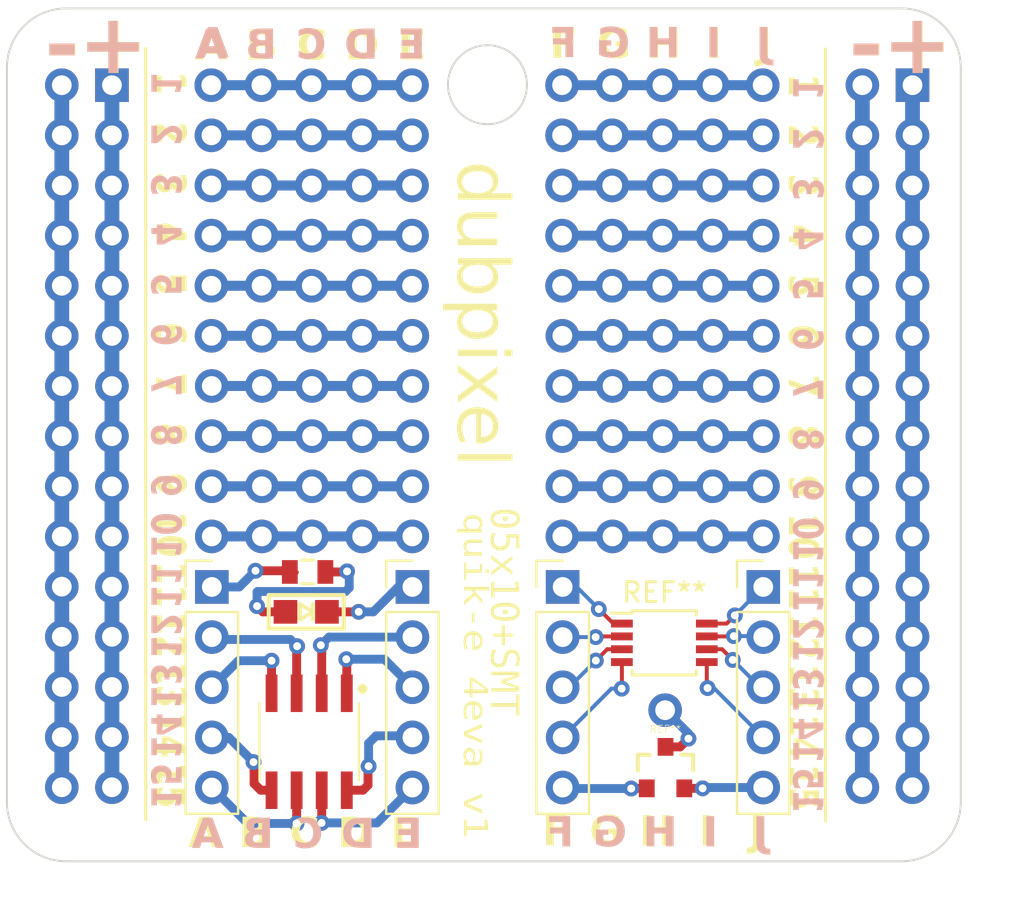
<source format=kicad_pcb>
(kicad_pcb (version 20221018) (generator pcbnew)
  (layers (0 "F.Cu" signal) (1 "In1.Cu" signal) (2 "In2.Cu" signal) (31 "B.Cu" signal) (34 "B.Paste" user) (35 "F.Paste" user) (36 "B.SilkS" user "B.Silkscreen") (37 "F.SilkS" user "F.Silkscreen") (38 "B.Mask" user) (39 "F.Mask" user) (44 "Edge.Cuts" user))
  (net 0 "")
  (net 1 "VCC")
  (net 2 "GND")
  (net 3 "unconnected-(1-1-UD+-Pad1)")
  (net 4 "unconnected-(1-2-UD--Pad2)")
  (net 5 "unconnected-(1-3-GND-Pad3)")
  (net 6 "unconnected-(1-4-RTS-Pad4)")
  (net 7 "unconnected-(1-5-VCC-Pad5)")
  (net 8 "unconnected-(1-6-TXD-Pad6)")
  (net 9 "unconnected-(1-7-RXD-Pad7)")
  (net 10 "unconnected-(1-8-V3-Pad8)")
  (footprint "Adafruit HUZZAH32 ESP32 Feather:SOT23-3" (layer "F.Cu") (at 74.26 68.23)
    (fp_text reference "REF**")
    (fp_text value "SOT23-3")
  )
  (footprint "Connector_PinHeader_2.54mm:PinHeader_1x05_P2.54mm_Vertical" (layer "F.Cu") (at 51.28 59.03)
    (fp_text reference "REF**" hide)
    (fp_text value "PinHeader_1x05_P2.54mm_Vertical" hide)
  )
  (footprint "ARTISTS_BLINKY_v2dot0-charlie:SOIC127P600X144-8" (layer "F.Cu") (at 56.21 66.87 -90)
    (fp_text reference "1" hide)
    (fp_text value "~")
  )
  (footprint "DPX_CONN:dpx-02x15-nosilk" (layer "F.Cu") (at 46.22 33.615)
    (fp_text reference "J1" hide)
    (fp_text value "Conn_02x10_Top_Bottom" hide)
  )
  (footprint "DPX_CONN:dpx-02x15-nosilk" (layer "F.Cu") (at 86.77 33.615)
    (fp_text reference "J2" hide)
    (fp_text value "Conn_02x30_Top_Bottom" hide)
  )
  (footprint "Connector_PinHeader_2.54mm:PinHeader_1x05_P2.54mm_Vertical" (layer "F.Cu") (at 79.21 59.03)
    (fp_text reference "REF**" hide)
    (fp_text value "PinHeader_1x05_P2.54mm_Vertical")
  )
  (footprint "Package_SO:TSSOP-8_3x3mm_P0.65mm" (layer "F.Cu") (at 74.2 61.86)
    (fp_text reference "REF**")
    (fp_text value "TSSOP-8_3x3mm_P0.65mm" hide)
  )
  (footprint "ARTISTS_BLINKY_v2dot0-charlie:CHIPLED_0805" (layer "F.Cu") (at 56.06 60.29 -90)
    (fp_text reference "REF**" hide)
    (fp_text value "CHIPLED_0805" hide)
  )
  (footprint "Connector_PinHeader_2.54mm:PinHeader_1x05_P2.54mm_Vertical" (layer "F.Cu") (at 61.44 59.03)
    (fp_text reference "REF**" hide)
    (fp_text value "PinHeader_1x05_P2.54mm_Vertical")
  )
  (footprint "" (layer "F.Cu") (at 74.24 65.27)
    (fp_text reference "")
    (fp_text value "")
  )
  (footprint "ARTISTS_BLINKY_v2dot0-charlie:0805" (layer "F.Cu") (at 56.13 58.27)
    (fp_text reference "REF**" hide)
    (fp_text value "0805")
  )
  (footprint "Connector_PinHeader_2.54mm:PinHeader_1x05_P2.54mm_Vertical" (layer "F.Cu") (at 69.05 59.03)
    (fp_text reference "REF**" hide)
    (fp_text value "PinHeader_1x05_P2.54mm_Vertical")
  )
  (footprint "DPX_CONN:DPX_PROTOBOARD-5x5" (layer "B.Cu") (at 65.235 46.31 180)
    (fp_text reference "U2" hide)
    (fp_text value "~" hide)
  )
  (footprint "DPX_CONN:DPX_PROTOBOARD-5x5" (layer "B.Cu") (at 65.22 33.615 180)
    (fp_text reference "U1" hide)
    (fp_text value "~" hide)
  )
  (gr_line (start 82.36 31.78) (end 82.36 70.875) (stroke (width 0.15)) (layer "F.SilkS"))
  (gr_line (start 47.93 70.825) (end 47.93 31.74) (stroke (width 0.15)) (layer "F.SilkS"))
  (gr_arc (start 86.215 29.725) (mid 88.33632 30.60368) (end 89.215 32.725) (stroke (width 0.1)) (layer "Edge.Cuts"))
  (gr_line (start 40.9 69.925) (end 40.9 32.725) (stroke (width 0.1)) (layer "Edge.Cuts"))
  (gr_arc (start 89.215 69.925) (mid 88.33632 72.04632) (end 86.215 72.925) (stroke (width 0.1)) (layer "Edge.Cuts"))
  (gr_arc (start 40.9 32.725) (mid 41.77868 30.60368) (end 43.9 29.725) (stroke (width 0.1)) (layer "Edge.Cuts"))
  (gr_circle (center 65.24 33.59) (end 67.24 33.59) (stroke (width 0.1)) (fill none) (layer "Edge.Cuts"))
  (gr_line (start 86.215 72.925) (end 43.9 72.925) (stroke (width 0.1)) (layer "Edge.Cuts"))
  (gr_arc (start 43.9 72.925) (mid 41.77868 72.04632) (end 40.9 69.925) (stroke (width 0.1)) (layer "Edge.Cuts"))
  (gr_line (start 43.9 29.725) (end 86.215 29.725) (stroke (width 0.1)) (layer "Edge.Cuts"))
  (gr_line (start 89.215 32.725) (end 89.215 69.925) (stroke (width 0.1)) (layer "Edge.Cuts"))
  (gr_text "C" (at 56.31 31.65) (layer "B.SilkS") (effects (font (size 1.5 1.5) (thickness 0.3) bold) (justify mirror)))
  (gr_text "I" (at 76.68 31.57) (layer "B.SilkS") (effects (font (size 1.5 1.5) (thickness 0.3) bold) (justify mirror)))
  (gr_text "7" (at 81.35 49.03 270) (layer "B.SilkS") (effects (font (size 1.5 1.2) (thickness 0.3) bold) (justify mirror)))
  (gr_text "J" (at 79.22 31.57) (layer "B.SilkS") (effects (font (size 1.5 1.5) (thickness 0.3) bold) (justify mirror)))
  (gr_text "1" (at 48.84 33.56 -90) (layer "B.SilkS") (effects (font (size 1.5 1.2) (thickness 0.3) bold) (justify mirror)))
  (gr_text "4" (at 48.84 41.18 270) (layer "B.SilkS") (effects (font (size 1.5 1.2) (thickness 0.3) bold) (justify mirror)))
  (gr_text "+" (at 46.28 31.75) (layer "B.SilkS") (effects (font (size 3 3) (thickness 0.3) bold)))
  (gr_text "15" (at 48.84 69.12 270) (layer "B.SilkS") (effects (font (size 1.5 1.2) (thickness 0.3) bold) (justify mirror)))
  (gr_text "F" (at 68.905 71.545) (layer "B.SilkS") (effects (font (size 1.5 1.5) (thickness 0.3) bold) (justify mirror)))
  (gr_text "A" (at 51.23 31.65) (layer "B.SilkS") (effects (font (size 1.5 1.5) (thickness 0.3) bold) (justify mirror)))
  (gr_text "B" (at 53.77 31.65) (layer "B.SilkS") (effects (font (size 1.5 1.5) (thickness 0.3) bold) (justify mirror)))
  (gr_text "F" (at 69.06 31.57) (layer "B.SilkS") (effects (font (size 1.5 1.5) (thickness 0.3) bold) (justify mirror)))
  (gr_text "8" (at 48.84 51.34 270) (layer "B.SilkS") (effects (font (size 1.5 1.2) (thickness 0.3) bold) (justify mirror)))
  (gr_text "-" (at 43.69 31.76) (layer "B.SilkS") (effects (font (size 3 3) (thickness 0.3) bold)))
  (gr_text "14" (at 81.35 66.81 270) (layer "B.SilkS") (effects (font (size 1.5 1.2) (thickness 0.3) bold) (justify mirror)))
  (gr_text "8" (at 81.35 51.57 270) (layer "B.SilkS") (effects (font (size 1.5 1.2) (thickness 0.3) bold) (justify mirror)))
  (gr_text "11" (at 81.35 59.19 270) (layer "B.SilkS") (effects (font (size 1.5 1.2) (thickness 0.3) bold) (justify mirror)))
  (gr_text "3" (at 48.84 38.64 270) (layer "B.SilkS") (effects (font (size 1.5 1.2) (thickness 0.3) bold) (justify mirror)))
  (gr_text "H" (at 73.985 71.545) (layer "B.SilkS") (effects (font (size 1.5 1.5) (thickness 0.3) bold) (justify mirror)))
  (gr_text "A" (at 51.075 71.625) (layer "B.SilkS") (effects (font (size 1.5 1.5) (thickness 0.3) bold) (justify mirror)))
  (gr_text "5" (at 48.84 43.72 270) (layer "B.SilkS") (effects (font (size 1.5 1.2) (thickness 0.3) bold) (justify mirror)))
  (gr_text "A" (at 51.33 31.58) (layer "B.SilkS") (effects (font (size 1.5 1.5) (thickness 0.3) bold) (justify mirror)))
  (gr_text "+" (at 87.01 31.75) (layer "B.SilkS") (effects (font (size 3 3) (thickness 0.3) bold)))
  (gr_text "9" (at 48.84 53.88 270) (layer "B.SilkS") (effects (font (size 1.5 1.2) (thickness 0.3) bold) (justify mirror)))
  (gr_text "B" (at 53.615 71.625) (layer "B.SilkS") (effects (font (size 1.5 1.5) (thickness 0.3) bold) (justify mirror)))
  (gr_text "6" (at 81.35 46.49 270) (layer "B.SilkS") (effects (font (size 1.5 1.2) (thickness 0.3) bold) (justify mirror)))
  (gr_text "D" (at 58.695 71.625) (layer "B.SilkS") (effects (font (size 1.5 1.5) (thickness 0.3) bold) (justify mirror)))
  (gr_text "-" (at 84.42 31.76) (layer "B.SilkS") (effects (font (size 3 3) (thickness 0.3) bold)))
  (gr_text "10" (at 48.84 56.42 270) (layer "B.SilkS") (effects (font (size 1.5 1.2) (thickness 0.3) bold) (justify mirror)))
  (gr_text "12" (at 81.35 61.73 270) (layer "B.SilkS") (effects (font (size 1.5 1.2) (thickness 0.3) bold) (justify mirror)))
  (gr_text "6" (at 48.84 46.26 270) (layer "B.SilkS") (effects (font (size 1.5 1.2) (thickness 0.3) bold) (justify mirror)))
  (gr_text "1" (at 81.35 33.79 -90) (layer "B.SilkS") (effects (font (size 1.5 1.2) (thickness 0.3) bold) (justify mirror)))
  (gr_text "I" (at 76.525 71.545) (layer "B.SilkS") (effects (font (size 1.5 1.5) (thickness 0.3) bold) (justify mirror)))
  (gr_text "G" (at 71.6 31.57) (layer "B.SilkS") (effects (font (size 1.5 1.5) (thickness 0.3) bold) (justify mirror)))
  (gr_text "13" (at 48.84 64.04 270) (layer "B.SilkS") (effects (font (size 1.5 1.2) (thickness 0.3) bold) (justify mirror)))
  (gr_text "5" (at 81.35 43.95 270) (layer "B.SilkS") (effects (font (size 1.5 1.2) (thickness 0.3) bold) (justify mirror)))
  (gr_text "9" (at 81.35 54.11 270) (layer "B.SilkS") (effects (font (size 1.5 1.2) (thickness 0.3) bold) (justify mirror)))
  (gr_text "2" (at 48.84 36.1 270) (layer "B.SilkS") (effects (font (size 1.5 1.2) (thickness 0.3) bold) (justify mirror)))
  (gr_text "J" (at 79.065 71.545) (layer "B.SilkS") (effects (font (size 1.5 1.5) (thickness 0.3) bold) (justify mirror)))
  (gr_text "D" (at 58.85 31.65) (layer "B.SilkS") (effects (font (size 1.5 1.5) (thickness 0.3) bold) (justify mirror)))
  (gr_text "13" (at 81.35 64.27 270) (layer "B.SilkS") (effects (font (size 1.5 1.2) (thickness 0.3) bold) (justify mirror)))
  (gr_text "E" (at 61.235 71.625) (layer "B.SilkS") (effects (font (size 1.5 1.5) (thickness 0.3) bold) (justify mirror)))
  (gr_text "10" (at 81.35 56.65 270) (layer "B.SilkS") (effects (font (size 1.5 1.2) (thickness 0.3) bold) (justify mirror)))
  (gr_text "E" (at 61.39 31.65) (layer "B.SilkS") (effects (font (size 1.5 1.5) (thickness 0.3) bold) (justify mirror)))
  (gr_text "4" (at 81.35 41.41 270) (layer "B.SilkS") (effects (font (size 1.5 1.2) (thickness 0.3) bold) (justify mirror)))
  (gr_text "15" (at 81.35 69.35 270) (layer "B.SilkS") (effects (font (size 1.5 1.2) (thickness 0.3) bold) (justify mirror)))
  (gr_text "G" (at 71.445 71.545) (layer "B.SilkS") (effects (font (size 1.5 1.5) (thickness 0.3) bold) (justify mirror)))
  (gr_text "C" (at 56.155 71.625) (layer "B.SilkS") (effects (font (size 1.5 1.5) (thickness 0.3) bold) (justify mirror)))
  (gr_text "H" (at 74.14 31.57) (layer "B.SilkS") (effects (font (size 1.5 1.5) (thickness 0.3) bold) (justify mirror)))
  (gr_text "3" (at 81.35 38.87 270) (layer "B.SilkS") (effects (font (size 1.5 1.2) (thickness 0.3) bold) (justify mirror)))
  (gr_text "2" (at 81.35 36.33 270) (layer "B.SilkS") (effects (font (size 1.5 1.2) (thickness 0.3) bold) (justify mirror)))
  (gr_text "12" (at 48.84 61.5 270) (layer "B.SilkS") (effects (font (size 1.5 1.2) (thickness 0.3) bold) (justify mirror)))
  (gr_text "14" (at 48.84 66.58 270) (layer "B.SilkS") (effects (font (size 1.5 1.2) (thickness 0.3) bold) (justify mirror)))
  (gr_text "11" (at 48.84 58.96 270) (layer "B.SilkS") (effects (font (size 1.5 1.2) (thickness 0.3) bold) (justify mirror)))
  (gr_text "7" (at 48.84 48.8 270) (layer "B.SilkS") (effects (font (size 1.5 1.2) (thickness 0.3) bold) (justify mirror)))
  (gr_text "14" (at 49.09 66.53 270) (layer "F.SilkS") (effects (font (size 1.5 1.2) (thickness 0.3) bold)))
  (gr_text "+" (at 87.04 31.75) (layer "F.SilkS") (effects (font (size 3 3) (thickness 0.3) bold)))
  (gr_text " quik-e 4eva v1" (at 64.55 62.925 270) (layer "F.SilkS") (effects (font (size 1.2 1.4) (thickness 0.25))))
  (gr_text "4" (at 49.09 41.13 270) (layer "F.SilkS") (effects (font (size 1.5 1.2) (thickness 0.3) bold)))
  (gr_text "-" (at 84.45 31.76) (layer "F.SilkS") (effects (font (size 3 3) (thickness 0.3) bold)))
  (gr_text "F" (at 69.1 31.61) (layer "F.SilkS") (effects (font (size 1.5 1.5) (thickness 0.3) bold)))
  (gr_text "A" (at 50.9 71.575) (layer "F.SilkS") (effects (font (size 1.5 1.5) (thickness 0.3) bold)))
  (gr_text "G" (at 71.27 71.495) (layer "F.SilkS") (effects (font (size 1.5 1.5) (thickness 0.3) bold)))
  (gr_text "11" (at 49.09 58.91 270) (layer "F.SilkS") (effects (font (size 1.5 1.2) (thickness 0.3) bold)))
  (gr_text "J" (at 79.26 31.61) (layer "F.SilkS") (effects (font (size 1.5 1.5) (thickness 0.3) bold)))
  (gr_text "H" (at 74.18 31.61) (layer "F.SilkS") (effects (font (size 1.5 1.5) (thickness 0.3) bold)))
  (gr_text "A" (at 51.27 31.69) (layer "F.SilkS") (effects (font (size 1.5 1.5) (thickness 0.3) bold)))
  (gr_text "J" (at 78.89 71.495) (layer "F.SilkS") (effects (font (size 1.5 1.5) (thickness 0.3) bold)))
  (gr_text "-" (at 43.72 31.76) (layer "F.SilkS") (effects (font (size 3 3) (thickness 0.3) bold)))
  (gr_text "15" (at 81.13 69.17 270) (layer "F.SilkS") (effects (font (size 1.5 1.2) (thickness 0.3) bold)))
  (gr_text "2" (at 81.13 36.15 270) (layer "F.SilkS") (effects (font (size 1.5 1.2) (thickness 0.3) bold)))
  (gr_text "1" (at 49.09 33.51 -90) (layer "F.SilkS") (effects (font (size 1.5 1.2) (thickness 0.3) bold)))
  (gr_text "B" (at 53.44 71.575) (layer "F.SilkS") (effects (font (size 1.5 1.5) (thickness 0.3) bold)))
  (gr_text "4" (at 81.13 41.23 270) (layer "F.SilkS") (effects (font (size 1.5 1.2) (thickness 0.3) bold)))
  (gr_text "3" (at 49.09 38.59 270) (layer "F.SilkS") (effects (font (size 1.5 1.2) (thickness 0.3) bold)))
  (gr_text "E" (at 61.43 31.69) (layer "F.SilkS") (effects (font (size 1.5 1.5) (thickness 0.3) bold)))
  (gr_text "9" (at 49.09 53.83 270) (layer "F.SilkS") (effects (font (size 1.5 1.2) (thickness 0.3) bold)))
  (gr_text "2" (at 49.09 36.05 270) (layer "F.SilkS") (effects (font (size 1.5 1.2) (thickness 0.3) bold)))
  (gr_text "B" (at 53.81 31.69) (layer "F.SilkS") (effects (font (size 1.5 1.5) (thickness 0.3) bold)))
  (gr_text "11" (at 81.13 59.01 270) (layer "F.SilkS") (effects (font (size 1.5 1.2) (thickness 0.3) bold)))
  (gr_text "13" (at 49.09 63.99 270) (layer "F.SilkS") (effects (font (size 1.5 1.2) (thickness 0.3) bold)))
  (gr_text "15" (at 49.09 69.07 270) (layer "F.SilkS") (effects (font (size 1.5 1.2) (thickness 0.3) bold)))
  (gr_text "10" (at 49.09 56.37 270) (layer "F.SilkS") (effects (font (size 1.5 1.2) (thickness 0.3) bold)))
  (gr_text "6" (at 81.13 46.31 270) (layer "F.SilkS") (effects (font (size 1.5 1.2) (thickness 0.3) bold)))
  (gr_text "+" (at 46.31 31.75) (layer "F.SilkS") (effects (font (size 3 3) (thickness 0.3) bold)))
  (gr_text "E" (at 61.06 71.575) (layer "F.SilkS") (effects (font (size 1.5 1.5) (thickness 0.3) bold)))
  (gr_text "1" (at 81.13 33.61 -90) (layer "F.SilkS") (effects (font (size 1.5 1.2) (thickness 0.3) bold)))
  (gr_text "D" (at 58.89 31.69) (layer "F.SilkS") (effects (font (size 1.5 1.5) (thickness 0.3) bold)))
  (gr_text "C" (at 56.35 31.69) (layer "F.SilkS") (effects (font (size 1.5 1.5) (thickness 0.3) bold)))
  (gr_text "F" (at 68.73 71.495) (layer "F.SilkS") (effects (font (size 1.5 1.5) (thickness 0.3) bold)))
  (gr_text "G" (at 71.64 31.61) (layer "F.SilkS") (effects (font (size 1.5 1.5) (thickness 0.3) bold)))
  (gr_text "7" (at 49.09 48.75 270) (layer "F.SilkS") (effects (font (size 1.5 1.2) (thickness 0.3) bold)))
  (gr_text "9" (at 81.13 53.93 270) (layer "F.SilkS") (effects (font (size 1.5 1.2) (thickness 0.3) bold)))
  (gr_text "05x10+SMT" (at 66.01 60.29 270) (layer "F.SilkS") (effects (font (size 1.4 1.4) (thickness 0.25))))
  (gr_text "H" (at 73.81 71.495) (layer "F.SilkS") (effects (font (size 1.5 1.5) (thickness 0.3) bold)))
  (gr_text "3" (at 81.13 38.69 270) (layer "F.SilkS") (effects (font (size 1.5 1.2) (thickness 0.3) bold)))
  (gr_text "8" (at 49.09 51.29 270) (layer "F.SilkS") (effects (font (size 1.5 1.2) (thickness 0.3) bold)))
  (gr_text "I" (at 76.35 71.495) (layer "F.SilkS") (effects (font (size 1.5 1.5) (thickness 0.3) bold)))
  (gr_text "6" (at 49.09 46.21 270) (layer "F.SilkS") (effects (font (size 1.5 1.2) (thickness 0.3) bold)))
  (gr_text "I" (at 76.72 31.61) (layer "F.SilkS") (effects (font (size 1.5 1.5) (thickness 0.3) bold)))
  (gr_text "dubpixel" (at 64.825 45.2 270) (layer "F.SilkS") (effects (font (size 2.6 2.6) (thickness 0.25))))
  (gr_text "7" (at 81.13 48.85 270) (layer "F.SilkS") (effects (font (size 1.5 1.2) (thickness 0.3) bold)))
  (gr_text "C" (at 55.98 71.575) (layer "F.SilkS") (effects (font (size 1.5 1.5) (thickness 0.3) bold)))
  (gr_text "5" (at 49.09 43.67 270) (layer "F.SilkS") (effects (font (size 1.5 1.2) (thickness 0.3) bold)))
  (gr_text "8" (at 81.13 51.39 270) (layer "F.SilkS") (effects (font (size 1.5 1.2) (thickness 0.3) bold)))
  (gr_text "D" (at 58.52 71.575) (layer "F.SilkS") (effects (font (size 1.5 1.5) (thickness 0.3) bold)))
  (gr_text "5" (at 81.13 43.77 270) (layer "F.SilkS") (effects (font (size 1.5 1.2) (thickness 0.3) bold)))
  (gr_text "12" (at 49.09 61.45 270) (layer "F.SilkS") (effects (font (size 1.5 1.2) (thickness 0.3) bold)))
  (gr_text "12" (at 81.13 61.55 270) (layer "F.SilkS") (effects (font (size 1.5 1.2) (thickness 0.3) bold)))
  (gr_text "13" (at 81.13 64.09 270) (layer "F.SilkS") (effects (font (size 1.5 1.2) (thickness 0.3) bold)))
  (gr_text "10" (at 81.13 56.47 270) (layer "F.SilkS") (effects (font (size 1.5 1.2) (thickness 0.3) bold)))
  (gr_text "14" (at 81.13 66.63 270) (layer "F.SilkS") (effects (font (size 1.5 1.2) (thickness 0.3) bold)))
  (segment (start 72.53 69.23) (end 72.52 69.24) (width 0.45) (layer "F.Cu") (net 0))
  (segment (start 53.49 58.21) (end 55.17 58.21) (width 0.45) (layer "F.Cu") (net 0))
  (segment (start 77.125 62.185) (end 76.35 62.185) (width 0.2) (layer "F.Cu") (net 0))
  (segment (start 77.77 60.47) (end 77.355 60.885) (width 0.2) (layer "F.Cu") (net 0))
  (segment (start 71.305 62.185) (end 72.05 62.185) (width 0.2) (layer "F.Cu") (net 0))
  (segment (start 57.11 60.29) (end 58.72 60.29) (width 0.45) (layer "F.Cu") (net 0))
  (segment (start 70.73 62.76) (end 71.305 62.185) (width 0.2) (layer "F.Cu") (net 0))
  (segment (start 53.57 60) (end 53.86 60.29) (width 0.45) (layer "F.Cu") (net 0))
  (segment (start 72.05 64.17) (end 72.05 62.835) (width 0.2) (layer "F.Cu") (net 0))
  (segment (start 70.88 60.15) (end 71.615 60.885) (width 0.2) (layer "F.Cu") (net 0))
  (segment (start 76.39 64.15) (end 76.35 64.11) (width 0.2) (layer "F.Cu") (net 0))
  (segment (start 76.16 69.21) (end 76.14 69.23) (width 0.45) (layer "F.Cu") (net 0))
  (segment (start 75.21 69.23) (end 76.14 69.23) (width 0.45) (layer "F.Cu") (net 0))
  (segment (start 70.755 61.535) (end 72.05 61.535) (width 0.2) (layer "F.Cu") (net 0))
  (segment (start 77.705 61.535) (end 76.35 61.535) (width 0.2) (layer "F.Cu") (net 0))
  (segment (start 76.35 64.11) (end 76.35 62.835) (width 0.2) (layer "F.Cu") (net 0))
  (segment (start 77.355 60.885) (end 76.35 60.885) (width 0.2) (layer "F.Cu") (net 0))
  (segment (start 57.03 58.27) (end 58.1 58.27) (width 0.45) (layer "F.Cu") (net 0))
  (segment (start 58.1 58.27) (end 58.13 58.24) (width 0.45) (layer "F.Cu") (net 0))
  (segment (start 53.86 60.29) (end 55.01 60.29) (width 0.45) (layer "F.Cu") (net 0))
  (segment (start 77.72 61.52) (end 77.705 61.535) (width 0.2) (layer "F.Cu") (net 0))
  (segment (start 55.56 58.29) (end 55.33 58.52) (width 0.25) (layer "F.Cu") (net 0))
  (segment (start 77.665 62.725) (end 77.125 62.185) (width 0.2) (layer "F.Cu") (net 0))
  (segment (start 73.31 69.23) (end 72.53 69.23) (width 0.45) (layer "F.Cu") (net 0))
  (segment (start 75 67.13) (end 75.42 66.71) (width 0.45) (layer "F.Cu") (net 0))
  (segment (start 71.615 60.885) (end 72.05 60.885) (width 0.2) (layer "F.Cu") (net 0))
  (segment (start 70.72 61.57) (end 70.755 61.535) (width 0.2) (layer "F.Cu") (net 0))
  (segment (start 74.26 67.13) (end 75 67.13) (width 0.45) (layer "F.Cu") (net 0))
  (segment (start 55.17 58.21) (end 55.23 58.27) (width 0.45) (layer "F.Cu") (net 0))
  (segment (start 72.04 64.18) (end 72.05 64.17) (width 0.2) (layer "F.Cu") (net 0))
  (via (at 75.42 66.71) (size 0.8) (drill 0.4) (layers "F.Cu" "B.Cu") (net 0))
  (via (at 70.73 62.76) (size 0.8) (drill 0.4) (layers "F.Cu" "B.Cu") (net 0))
  (via (at 72.52 69.24) (size 0.8) (drill 0.4) (layers "F.Cu" "B.Cu") (net 0))
  (via (at 58.72 60.29) (size 0.8) (drill 0.4) (layers "F.Cu" "B.Cu") (net 0))
  (via (at 77.665 62.725) (size 0.8) (drill 0.4) (layers "F.Cu" "B.Cu") (net 0))
  (via (at 77.77 60.47) (size 0.8) (drill 0.4) (layers "F.Cu" "B.Cu") (net 0))
  (via (at 77.72 61.52) (size 0.8) (drill 0.4) (layers "F.Cu" "B.Cu") (net 0))
  (via (at 70.72 61.57) (size 0.8) (drill 0.4) (layers "F.Cu" "B.Cu") (net 0))
  (via (at 76.39 64.15) (size 0.8) (drill 0.4) (layers "F.Cu" "B.Cu") (net 0))
  (via (at 76.14 69.23) (size 0.8) (drill 0.4) (layers "F.Cu" "B.Cu") (net 0))
  (via (at 53.57 60) (size 0.8) (drill 0.4) (layers "F.Cu" "B.Cu") (net 0))
  (via (at 53.49 58.21) (size 0.8) (drill 0.4) (layers "F.Cu" "B.Cu") (net 0))
  (via (at 58.13 58.24) (size 0.8) (drill 0.4) (layers "F.Cu" "B.Cu") (net 0))
  (via (at 70.88 60.15) (size 0.8) (drill 0.4) (layers "F.Cu" "B.Cu") (net 0))
  (via (at 72.04 64.18) (size 0.8) (drill 0.4) (layers "F.Cu" "B.Cu") (net 0))
  (segment (start 76.71 64.15) (end 79.21 66.65) (width 0.2) (layer "B.Cu") (net 0))
  (segment (start 70.73 62.76) (end 69.38 64.11) (width 0.2) (layer "B.Cu") (net 0))
  (segment (start 70.88 60.15) (end 69.76 59.03) (width 0.2) (layer "B.Cu") (net 0))
  (segment (start 52.67 59.03) (end 53.49 58.21) (width 0.45) (layer "B.Cu") (net 0))
  (segment (start 76.14 69.23) (end 76.18 69.19) (width 0.45) (layer "B.Cu") (net 0))
  (segment (start 51.28 59.03) (end 52.67 59.03) (width 0.45) (layer "B.Cu") (net 0))
  (segment (start 79.16 61.52) (end 79.21 61.57) (width 0.2) (layer "B.Cu") (net 0))
  (segment (start 53.57 59.28) (end 53.59 59.26) (width 0.45) (layer "B.Cu") (net 0))
  (segment (start 70.72 61.57) (end 69.05 61.57) (width 0.2) (layer "B.Cu") (net 0))
  (segment (start 79.05 64.11) (end 79.21 64.11) (width 0.2) (layer "B.Cu") (net 0))
  (segment (start 58.05 59.26) (end 58.24 59.07) (width 0.45) (layer "B.Cu") (net 0))
  (segment (start 61.44 59.03) (end 60.72 59.03) (width 0.45) (layer "B.Cu") (net 0))
  (segment (start 77.77 60.47) (end 79.21 59.03) (width 0.2) (layer "B.Cu") (net 0))
  (segment (start 69.76 59.03) (end 69.05 59.03) (width 0.2) (layer "B.Cu") (net 0))
  (segment (start 76.18 69.19) (end 79.21 69.19) (width 0.45) (layer "B.Cu") (net 0))
  (segment (start 77.72 61.52) (end 79.16 61.52) (width 0.2) (layer "B.Cu") (net 0))
  (segment (start 76.39 64.15) (end 76.71 64.15) (width 0.2) (layer "B.Cu") (net 0))
  (segment (start 58.24 58.35) (end 58.13 58.24) (width 0.45) (layer "B.Cu") (net 0))
  (segment (start 75.42 66.71) (end 75.42 66.45) (width 0.45) (layer "B.Cu") (net 0))
  (segment (start 72.52 69.24) (end 69.1 69.24) (width 0.45) (layer "B.Cu") (net 0))
  (segment (start 71.52 64.18) (end 69.05 66.65) (width 0.2) (layer "B.Cu") (net 0))
  (segment (start 53.59 59.26) (end 58.05 59.26) (width 0.45) (layer "B.Cu") (net 0))
  (segment (start 69.38 64.11) (end 69.05 64.11) (width 0.2) (layer "B.Cu") (net 0))
  (segment (start 59.46 60.29) (end 58.72 60.29) (width 0.45) (layer "B.Cu") (net 0))
  (segment (start 75.42 66.45) (end 74.24 65.27) (width 0.45) (layer "B.Cu") (net 0))
  (segment (start 60.72 59.03) (end 59.46 60.29) (width 0.45) (layer "B.Cu") (net 0))
  (segment (start 77.665 62.725) (end 79.05 64.11) (width 0.2) (layer "B.Cu") (net 0))
  (segment (start 58.24 59.07) (end 58.24 58.35) (width 0.45) (layer "B.Cu") (net 0))
  (segment (start 72.04 64.18) (end 71.52 64.18) (width 0.2) (layer "B.Cu") (net 0))
  (segment (start 53.57 60) (end 53.57 59.28) (width 0.45) (layer "B.Cu") (net 0))
  (segment (start 69.1 69.24) (end 69.05 69.19) (width 0.45) (layer "B.Cu") (net 0))
  (segment (start 46.22 69.175) (end 46.22 33.615) (width 0.75) (layer "B.Cu") (net 1))
  (segment (start 86.77 69.175) (end 86.77 33.615) (width 0.75) (layer "B.Cu") (net 1))
  (segment (start 43.68 33.615) (end 43.68 69.175) (width 0.75) (layer "B.Cu") (net 2))
  (segment (start 84.23 33.615) (end 84.23 69.175) (width 0.75) (layer "B.Cu") (net 2))
  (segment (start 58.115 64.4146) (end 58.115 62.715) (width 0.45) (layer "F.Cu") (net 3))
  (segment (start 58.115 62.715) (end 58.09 62.69) (width 0.45) (layer "F.Cu") (net 3))
  (via (at 58.09 62.69) (size 0.8) (drill 0.4) (layers "F.Cu" "B.Cu") (net 3))
  (segment (start 60.02 62.69) (end 61.44 64.11) (width 0.45) (layer "B.Cu") (net 3))
  (segment (start 58.09 62.69) (end 60.02 62.69) (width 0.45) (layer "B.Cu") (net 3))
  (segment (start 56.845 64.4146) (end 56.845 62.025) (width 0.45) (layer "F.Cu") (net 4))
  (segment (start 56.845 62.025) (end 56.8 61.98) (width 0.45) (layer "F.Cu") (net 4))
  (via (at 56.8 61.98) (size 0.8) (drill 0.4) (layers "F.Cu" "B.Cu") (net 4))
  (segment (start 61.44 61.57) (end 57.21 61.57) (width 0.45) (layer "B.Cu") (net 4))
  (segment (start 57.21 61.57) (end 56.8 61.98) (width 0.45) (layer "B.Cu") (net 4))
  (segment (start 55.575 64.4146) (end 55.575 62.055) (width 0.45) (layer "F.Cu") (net 5))
  (segment (start 55.575 62.055) (end 55.6 62.03) (width 0.45) (layer "F.Cu") (net 5))
  (via (at 55.6 62.03) (size 0.8) (drill 0.4) (layers "F.Cu" "B.Cu") (net 5))
  (segment (start 55.26 61.69) (end 51.4 61.69) (width 0.45) (layer "B.Cu") (net 5))
  (segment (start 55.6 62.03) (end 55.26 61.69) (width 0.45) (layer "B.Cu") (net 5))
  (segment (start 51.4 61.69) (end 51.28 61.57) (width 0.45) (layer "B.Cu") (net 5))
  (segment (start 54.305 62.765) (end 54.305 64.4146) (width 0.45) (layer "F.Cu") (net 6))
  (via (at 54.305 62.765) (size 0.8) (drill 0.4) (layers "F.Cu" "B.Cu") (net 6))
  (segment (start 54.305 62.765) (end 52.625 62.765) (width 0.45) (layer "B.Cu") (net 6))
  (segment (start 52.625 62.765) (end 51.28 64.11) (width 0.45) (layer "B.Cu") (net 6))
  (segment (start 53.42 68.99) (end 53.42 67.93) (width 0.45) (layer "F.Cu") (net 7))
  (segment (start 53.7554 69.3254) (end 53.42 68.99) (width 0.45) (layer "F.Cu") (net 7))
  (segment (start 54.305 69.3254) (end 53.7554 69.3254) (width 0.45) (layer "F.Cu") (net 7))
  (segment (start 53.42 67.93) (end 53.39 67.9) (width 0.45) (layer "F.Cu") (net 7))
  (via (at 53.39 67.9) (size 0.8) (drill 0.4) (layers "F.Cu" "B.Cu") (net 7))
  (segment (start 51.28 66.65) (end 52.14 66.65) (width 0.45) (layer "B.Cu") (net 7))
  (segment (start 52.14 66.65) (end 53.39 67.9) (width 0.45) (layer "B.Cu") (net 7))
  (segment (start 55.575 69.3254) (end 55.575 71.005) (width 0.45) (layer "F.Cu") (net 8))
  (segment (start 55.575 71.005) (end 55.57 71.01) (width 0.45) (layer "F.Cu") (net 8))
  (via (at 55.57 71.01) (size 0.8) (drill 0.4) (layers "F.Cu" "B.Cu") (net 8))
  (segment (start 53.1 71.01) (end 51.28 69.19) (width 0.45) (layer "B.Cu") (net 8))
  (segment (start 55.57 71.01) (end 53.1 71.01) (width 0.45) (layer "B.Cu") (net 8))
  (segment (start 56.845 70.975) (end 56.84 70.98) (width 0.45) (layer "F.Cu") (net 9))
  (segment (start 56.845 69.3254) (end 56.845 70.975) (width 0.45) (layer "F.Cu") (net 9))
  (via (at 56.84 70.98) (size 0.8) (drill 0.4) (layers "F.Cu" "B.Cu") (net 9))
  (segment (start 56.84 70.98) (end 59.65 70.98) (width 0.45) (layer "B.Cu") (net 9))
  (segment (start 59.65 70.98) (end 61.44 69.19) (width 0.45) (layer "B.Cu") (net 9))
  (segment (start 59.19 69.07) (end 59.19 68.14) (width 0.45) (layer "F.Cu") (net 10))
  (segment (start 58.115 69.3254) (end 58.9346 69.3254) (width 0.45) (layer "F.Cu") (net 10))
  (segment (start 58.9346 69.3254) (end 59.19 69.07) (width 0.45) (layer "F.Cu") (net 10))
  (segment (start 59.19 68.14) (end 59.22 68.11) (width 0.45) (layer "F.Cu") (net 10))
  (via (at 59.22 68.11) (size 0.8) (drill 0.4) (layers "F.Cu" "B.Cu") (net 10))
  (segment (start 61.36 66.57) (end 61.44 66.65) (width 0.45) (layer "B.Cu") (net 10))
  (segment (start 59.22 66.95) (end 59.6 66.57) (width 0.45) (layer "B.Cu") (net 10))
  (segment (start 59.6 66.57) (end 61.36 66.57) (width 0.45) (layer "B.Cu") (net 10))
  (segment (start 59.22 68.11) (end 59.22 66.95) (width 0.45) (layer "B.Cu") (net 10))
)
</source>
